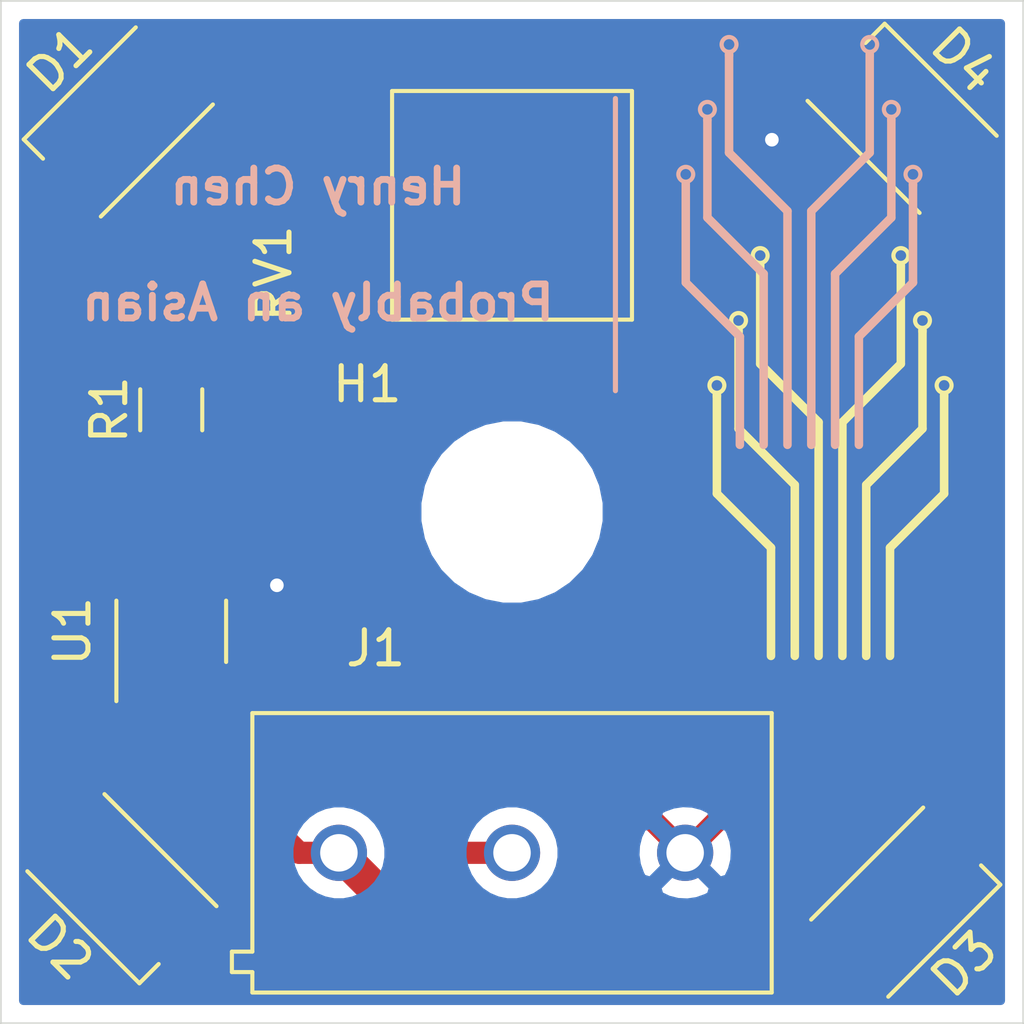
<source format=kicad_pcb>
(kicad_pcb (version 20171130) (host pcbnew "(5.1.5)-3")

  (general
    (thickness 1.6)
    (drawings 467)
    (tracks 41)
    (zones 0)
    (modules 9)
    (nets 11)
  )

  (page A4)
  (layers
    (0 F.Cu signal)
    (31 B.Cu signal)
    (32 B.Adhes user)
    (33 F.Adhes user)
    (34 B.Paste user)
    (35 F.Paste user)
    (36 B.SilkS user)
    (37 F.SilkS user)
    (38 B.Mask user)
    (39 F.Mask user)
    (40 Dwgs.User user)
    (41 Cmts.User user)
    (42 Eco1.User user)
    (43 Eco2.User user)
    (44 Edge.Cuts user)
    (45 Margin user)
    (46 B.CrtYd user)
    (47 F.CrtYd user)
    (48 B.Fab user)
    (49 F.Fab user hide)
  )

  (setup
    (last_trace_width 0.5)
    (trace_clearance 0.2)
    (zone_clearance 0.508)
    (zone_45_only no)
    (trace_min 0.2)
    (via_size 0.8)
    (via_drill 0.4)
    (via_min_size 0.4)
    (via_min_drill 0.3)
    (uvia_size 0.3)
    (uvia_drill 0.1)
    (uvias_allowed no)
    (uvia_min_size 0.2)
    (uvia_min_drill 0.1)
    (edge_width 0.05)
    (segment_width 0.2)
    (pcb_text_width 0.3)
    (pcb_text_size 1.5 1.5)
    (mod_edge_width 0.12)
    (mod_text_size 1 1)
    (mod_text_width 0.15)
    (pad_size 4.3 4.3)
    (pad_drill 4.3)
    (pad_to_mask_clearance 0.051)
    (solder_mask_min_width 0.25)
    (aux_axis_origin 0 0)
    (grid_origin 100 100)
    (visible_elements 7FFFFFFF)
    (pcbplotparams
      (layerselection 0x010fc_ffffffff)
      (usegerberextensions false)
      (usegerberattributes false)
      (usegerberadvancedattributes false)
      (creategerberjobfile false)
      (excludeedgelayer true)
      (linewidth 0.150000)
      (plotframeref false)
      (viasonmask false)
      (mode 1)
      (useauxorigin false)
      (hpglpennumber 1)
      (hpglpenspeed 20)
      (hpglpendiameter 15.000000)
      (psnegative false)
      (psa4output false)
      (plotreference true)
      (plotvalue true)
      (plotinvisibletext false)
      (padsonsilk false)
      (subtractmaskfromsilk false)
      (outputformat 1)
      (mirror false)
      (drillshape 1)
      (scaleselection 1)
      (outputdirectory ""))
  )

  (net 0 "")
  (net 1 VCC)
  (net 2 "Net-(D1-Pad1)")
  (net 3 "Net-(D2-Pad1)")
  (net 4 "Net-(D3-Pad1)")
  (net 5 GND)
  (net 6 /EN)
  (net 7 "Net-(R1-Pad2)")
  (net 8 "Net-(R1-Pad1)")
  (net 9 "Net-(RV1-Pad1)")
  (net 10 "Net-(D1-Pad2)")

  (net_class Default "This is the default net class."
    (clearance 0.2)
    (trace_width 0.5)
    (via_dia 0.8)
    (via_drill 0.4)
    (uvia_dia 0.3)
    (uvia_drill 0.1)
    (add_net /EN)
    (add_net GND)
    (add_net "Net-(D1-Pad1)")
    (add_net "Net-(D1-Pad2)")
    (add_net "Net-(D2-Pad1)")
    (add_net "Net-(D3-Pad1)")
    (add_net "Net-(R1-Pad1)")
    (add_net "Net-(R1-Pad2)")
    (add_net "Net-(RV1-Pad1)")
    (add_net VCC)
  )

  (module Custom:Bourns_3361_Pot (layer F.Cu) (tedit 5EB70D02) (tstamp 5EB75CE5)
    (at 115 76 90)
    (path /5EB854CF)
    (fp_text reference RV1 (at -2 -7 90) (layer F.SilkS)
      (effects (font (size 1 1) (thickness 0.15)))
    )
    (fp_text value 20 (at 0 -7.5 90) (layer F.Fab)
      (effects (font (size 1 1) (thickness 0.15)))
    )
    (fp_line (start -3.855 5.35) (end 3.875 5.35) (layer F.CrtYd) (width 0.12))
    (fp_line (start 3.875 -5.35) (end -3.855 -5.35) (layer F.CrtYd) (width 0.12))
    (fp_line (start 3.875 5.35) (end 3.875 -5.35) (layer F.CrtYd) (width 0.12))
    (fp_line (start 3.355 3.52) (end -3.355 3.52) (layer F.SilkS) (width 0.12))
    (fp_line (start -3.355 -3.52) (end 3.355 -3.52) (layer F.SilkS) (width 0.12))
    (fp_line (start 3.355 -3.52) (end 3.355 3.52) (layer F.SilkS) (width 0.12))
    (fp_line (start -3.355 -3.52) (end -3.355 3.52) (layer F.SilkS) (width 0.12))
    (fp_line (start -3.855 5.35) (end -3.855 -5.35) (layer F.CrtYd) (width 0.12))
    (pad 3 smd rect (at 2.55 3.1 90) (size 1.4 3.5) (layers F.Cu F.Paste F.Mask)
      (net 5 GND))
    (pad 1 smd rect (at -2.55 3.1 90) (size 1.4 3.5) (layers F.Cu F.Paste F.Mask)
      (net 9 "Net-(RV1-Pad1)"))
    (pad 2 smd rect (at 0 -3.1 90) (size 1.4 3.5) (layers F.Cu F.Paste F.Mask)
      (net 7 "Net-(R1-Pad2)"))
  )

  (module Package_TO_SOT_SMD:SOT-23-6_Handsoldering (layer F.Cu) (tedit 5A02FF57) (tstamp 5EB760EC)
    (at 105 88.5 90)
    (descr "6-pin SOT-23 package, Handsoldering")
    (tags "SOT-23-6 Handsoldering")
    (path /5EB7BF0A)
    (attr smd)
    (fp_text reference U1 (at 0 -2.9 90) (layer F.SilkS)
      (effects (font (size 1 1) (thickness 0.15)))
    )
    (fp_text value AL5802 (at 0 2.9 90) (layer F.Fab)
      (effects (font (size 1 1) (thickness 0.15)))
    )
    (fp_line (start 0.9 -1.55) (end 0.9 1.55) (layer F.Fab) (width 0.1))
    (fp_line (start 0.9 1.55) (end -0.9 1.55) (layer F.Fab) (width 0.1))
    (fp_line (start -0.9 -0.9) (end -0.9 1.55) (layer F.Fab) (width 0.1))
    (fp_line (start 0.9 -1.55) (end -0.25 -1.55) (layer F.Fab) (width 0.1))
    (fp_line (start -0.9 -0.9) (end -0.25 -1.55) (layer F.Fab) (width 0.1))
    (fp_line (start -2.4 -1.8) (end 2.4 -1.8) (layer F.CrtYd) (width 0.05))
    (fp_line (start 2.4 -1.8) (end 2.4 1.8) (layer F.CrtYd) (width 0.05))
    (fp_line (start 2.4 1.8) (end -2.4 1.8) (layer F.CrtYd) (width 0.05))
    (fp_line (start -2.4 1.8) (end -2.4 -1.8) (layer F.CrtYd) (width 0.05))
    (fp_line (start 0.9 -1.61) (end -2.05 -1.61) (layer F.SilkS) (width 0.12))
    (fp_line (start -0.9 1.61) (end 0.9 1.61) (layer F.SilkS) (width 0.12))
    (fp_text user %R (at 0 0) (layer F.Fab)
      (effects (font (size 0.5 0.5) (thickness 0.075)))
    )
    (pad 5 smd rect (at 1.35 0 90) (size 1.56 0.65) (layers F.Cu F.Paste F.Mask)
      (net 8 "Net-(R1-Pad1)"))
    (pad 6 smd rect (at 1.35 -0.95 90) (size 1.56 0.65) (layers F.Cu F.Paste F.Mask)
      (net 8 "Net-(R1-Pad1)"))
    (pad 4 smd rect (at 1.35 0.95 90) (size 1.56 0.65) (layers F.Cu F.Paste F.Mask)
      (net 5 GND))
    (pad 3 smd rect (at -1.35 0.95 90) (size 1.56 0.65) (layers F.Cu F.Paste F.Mask)
      (net 6 /EN))
    (pad 2 smd rect (at -1.35 0 90) (size 1.56 0.65) (layers F.Cu F.Paste F.Mask)
      (net 1 VCC))
    (pad 1 smd rect (at -1.35 -0.95 90) (size 1.56 0.65) (layers F.Cu F.Paste F.Mask)
      (net 3 "Net-(D2-Pad1)"))
    (model ${KISYS3DMOD}/Package_TO_SOT_SMD.3dshapes/SOT-23-6.wrl
      (at (xyz 0 0 0))
      (scale (xyz 1 1 1))
      (rotate (xyz 0 0 0))
    )
  )

  (module MountingHole:MountingHole_4.3mm_M4 (layer F.Cu) (tedit 56D1B4CB) (tstamp 5EB784BA)
    (at 115 85)
    (descr "Mounting Hole 4.3mm, no annular, M4")
    (tags "mounting hole 4.3mm no annular m4")
    (path /5EB8BFEE)
    (attr virtual)
    (fp_text reference H1 (at -4.25 -3.75) (layer F.SilkS)
      (effects (font (size 1 1) (thickness 0.15)))
    )
    (fp_text value MountingHole (at 0 5.3) (layer F.Fab)
      (effects (font (size 1 1) (thickness 0.15)))
    )
    (fp_circle (center 0 0) (end 4.55 0) (layer F.CrtYd) (width 0.05))
    (fp_circle (center 0 0) (end 4.3 0) (layer Cmts.User) (width 0.15))
    (fp_text user %R (at 0.3 0) (layer F.Fab)
      (effects (font (size 1 1) (thickness 0.15)))
    )
    (pad 1 np_thru_hole circle (at 0 0) (size 4.3 4.3) (drill 4.3) (layers *.Cu *.Mask))
  )

  (module Resistor_SMD:R_1206_3216Metric_Pad1.42x1.75mm_HandSolder (layer F.Cu) (tedit 5B301BBD) (tstamp 5EB75CDA)
    (at 105 82 90)
    (descr "Resistor SMD 1206 (3216 Metric), square (rectangular) end terminal, IPC_7351 nominal with elongated pad for handsoldering. (Body size source: http://www.tortai-tech.com/upload/download/2011102023233369053.pdf), generated with kicad-footprint-generator")
    (tags "resistor handsolder")
    (path /5EB837D7)
    (attr smd)
    (fp_text reference R1 (at 0 -1.82 90) (layer F.SilkS)
      (effects (font (size 1 1) (thickness 0.15)))
    )
    (fp_text value 43 (at 0 1.82 90) (layer F.Fab)
      (effects (font (size 1 1) (thickness 0.15)))
    )
    (fp_text user %R (at 0 0 90) (layer F.Fab)
      (effects (font (size 0.8 0.8) (thickness 0.12)))
    )
    (fp_line (start 2.45 1.12) (end -2.45 1.12) (layer F.CrtYd) (width 0.05))
    (fp_line (start 2.45 -1.12) (end 2.45 1.12) (layer F.CrtYd) (width 0.05))
    (fp_line (start -2.45 -1.12) (end 2.45 -1.12) (layer F.CrtYd) (width 0.05))
    (fp_line (start -2.45 1.12) (end -2.45 -1.12) (layer F.CrtYd) (width 0.05))
    (fp_line (start -0.602064 0.91) (end 0.602064 0.91) (layer F.SilkS) (width 0.12))
    (fp_line (start -0.602064 -0.91) (end 0.602064 -0.91) (layer F.SilkS) (width 0.12))
    (fp_line (start 1.6 0.8) (end -1.6 0.8) (layer F.Fab) (width 0.1))
    (fp_line (start 1.6 -0.8) (end 1.6 0.8) (layer F.Fab) (width 0.1))
    (fp_line (start -1.6 -0.8) (end 1.6 -0.8) (layer F.Fab) (width 0.1))
    (fp_line (start -1.6 0.8) (end -1.6 -0.8) (layer F.Fab) (width 0.1))
    (pad 2 smd roundrect (at 1.4875 0 90) (size 1.425 1.75) (layers F.Cu F.Paste F.Mask) (roundrect_rratio 0.175439)
      (net 7 "Net-(R1-Pad2)"))
    (pad 1 smd roundrect (at -1.4875 0 90) (size 1.425 1.75) (layers F.Cu F.Paste F.Mask) (roundrect_rratio 0.175439)
      (net 8 "Net-(R1-Pad1)"))
    (model ${KISYS3DMOD}/Resistor_SMD.3dshapes/R_1206_3216Metric.wrl
      (at (xyz 0 0 0))
      (scale (xyz 1 1 1))
      (rotate (xyz 0 0 0))
    )
  )

  (module Custom:TE-C_3_Pos_Buchanan_Screw_Terminal (layer F.Cu) (tedit 5EB6F95C) (tstamp 5EB75CC9)
    (at 115 95)
    (path /5EB74930)
    (fp_text reference J1 (at -4 -6) (layer F.SilkS)
      (effects (font (size 1 1) (thickness 0.15)))
    )
    (fp_text value Screw_Terminal_01x03 (at 0 -6.4) (layer F.Fab)
      (effects (font (size 1 1) (thickness 0.15)))
    )
    (fp_line (start -7.62 4.1) (end 7.62 4.1) (layer F.SilkS) (width 0.12))
    (fp_line (start -8.22 3.5) (end -7.62 3.5) (layer F.SilkS) (width 0.12))
    (fp_line (start -8.22 2.9) (end -8.22 3.5) (layer F.SilkS) (width 0.12))
    (fp_line (start -7.62 2.9) (end -8.22 2.9) (layer F.SilkS) (width 0.12))
    (fp_line (start -7.62 -4.1) (end -7.62 2.9) (layer F.SilkS) (width 0.12))
    (fp_line (start -7.62 -4.1) (end 7.62 -4.1) (layer F.SilkS) (width 0.12))
    (fp_text user Front (at 0 2.54) (layer Dwgs.User)
      (effects (font (size 1 1) (thickness 0.15)))
    )
    (fp_line (start -8.72 4) (end -8.12 4) (layer F.CrtYd) (width 0.12))
    (fp_line (start -8.12 4.6) (end -8.12 4) (layer F.CrtYd) (width 0.12))
    (fp_line (start -8.72 2.4) (end -8.12 2.4) (layer F.CrtYd) (width 0.12))
    (fp_line (start -8.72 2.4) (end -8.72 4) (layer F.CrtYd) (width 0.12))
    (fp_line (start -8.12 4.6) (end 8.12 4.6) (layer F.CrtYd) (width 0.12))
    (fp_line (start 8.12 -4.6) (end -8.12 -4.6) (layer F.CrtYd) (width 0.12))
    (fp_line (start 8.12 -4.6) (end 8.12 4.6) (layer F.CrtYd) (width 0.12))
    (fp_line (start -8.12 -4.6) (end -8.12 2.4) (layer F.CrtYd) (width 0.12))
    (fp_line (start -7.62 3.5) (end -7.62 4.1) (layer F.SilkS) (width 0.12))
    (fp_line (start 7.62 -4.1) (end 7.62 4.1) (layer F.SilkS) (width 0.12))
    (pad 3 thru_hole circle (at 5.08 0) (size 1.65 1.65) (drill 1.1) (layers *.Cu *.Mask)
      (net 5 GND))
    (pad 2 thru_hole circle (at 0 0) (size 1.65 1.65) (drill 1.1) (layers *.Cu *.Mask)
      (net 6 /EN))
    (pad 1 thru_hole circle (at -5.08 0) (size 1.65 1.65) (drill 1.1) (layers *.Cu *.Mask)
      (net 1 VCC))
  )

  (module LED_SMD:LED_PLCC-2 (layer F.Cu) (tedit 59959404) (tstamp 5EB75CB1)
    (at 126.5 73.5 315)
    (descr "LED PLCC-2 SMD package")
    (tags "LED PLCC-2 SMD")
    (path /5EB70290)
    (attr smd)
    (fp_text reference D4 (at 0 -2.5 135) (layer F.SilkS)
      (effects (font (size 1 1) (thickness 0.15)))
    )
    (fp_text value LED_ALT (at 0 2.5 135) (layer F.Fab)
      (effects (font (size 1 1) (thickness 0.15)))
    )
    (fp_text user %R (at 0 0 135) (layer F.Fab)
      (effects (font (size 0.4 0.4) (thickness 0.1)))
    )
    (fp_line (start -2.4 -1.6) (end -2.4 -0.8) (layer F.SilkS) (width 0.12))
    (fp_line (start 2.25 -1.6) (end -2.4 -1.6) (layer F.SilkS) (width 0.12))
    (fp_line (start 2.25 1.6) (end -2.4 1.6) (layer F.SilkS) (width 0.12))
    (fp_line (start -2.65 1.85) (end -2.65 -1.85) (layer F.CrtYd) (width 0.05))
    (fp_line (start 2.5 1.85) (end -2.65 1.85) (layer F.CrtYd) (width 0.05))
    (fp_line (start 2.5 -1.85) (end 2.5 1.85) (layer F.CrtYd) (width 0.05))
    (fp_line (start -2.65 -1.85) (end 2.5 -1.85) (layer F.CrtYd) (width 0.05))
    (fp_line (start -1.7 1.5) (end 1.7 1.5) (layer F.Fab) (width 0.1))
    (fp_line (start -1.7 -1.5) (end -1.7 1.5) (layer F.Fab) (width 0.1))
    (fp_line (start 1.7 -1.5) (end -1.7 -1.5) (layer F.Fab) (width 0.1))
    (fp_line (start 1.7 1.5) (end 1.7 -1.5) (layer F.Fab) (width 0.1))
    (fp_line (start -1.7 -0.6) (end -0.8 -1.5) (layer F.Fab) (width 0.1))
    (fp_circle (center 0 0) (end 0 -1.25) (layer F.Fab) (width 0.1))
    (pad 2 smd rect (at 1.5 0 315) (size 1.5 2.6) (layers F.Cu F.Paste F.Mask)
      (net 4 "Net-(D3-Pad1)"))
    (pad 1 smd rect (at -1.5 0 315) (size 1.5 2.6) (layers F.Cu F.Paste F.Mask)
      (net 10 "Net-(D1-Pad2)"))
    (model ${KISYS3DMOD}/LED_SMD.3dshapes/LED_PLCC-2.wrl
      (at (xyz 0 0 0))
      (scale (xyz 1 1 1))
      (rotate (xyz 0 0 0))
    )
  )

  (module LED_SMD:LED_PLCC-2 (layer F.Cu) (tedit 59959404) (tstamp 5EB75C9D)
    (at 126.5 96.5 225)
    (descr "LED PLCC-2 SMD package")
    (tags "LED PLCC-2 SMD")
    (path /5EB6FDB1)
    (attr smd)
    (fp_text reference D3 (at 0 -2.5 45) (layer F.SilkS)
      (effects (font (size 1 1) (thickness 0.15)))
    )
    (fp_text value LED_ALT (at 0 2.5 45) (layer F.Fab)
      (effects (font (size 1 1) (thickness 0.15)))
    )
    (fp_text user %R (at 0 0 45) (layer F.Fab)
      (effects (font (size 0.4 0.4) (thickness 0.1)))
    )
    (fp_line (start -2.4 -1.6) (end -2.4 -0.8) (layer F.SilkS) (width 0.12))
    (fp_line (start 2.25 -1.6) (end -2.4 -1.6) (layer F.SilkS) (width 0.12))
    (fp_line (start 2.25 1.6) (end -2.4 1.6) (layer F.SilkS) (width 0.12))
    (fp_line (start -2.65 1.85) (end -2.65 -1.85) (layer F.CrtYd) (width 0.05))
    (fp_line (start 2.5 1.85) (end -2.65 1.85) (layer F.CrtYd) (width 0.05))
    (fp_line (start 2.5 -1.85) (end 2.5 1.85) (layer F.CrtYd) (width 0.05))
    (fp_line (start -2.65 -1.85) (end 2.5 -1.85) (layer F.CrtYd) (width 0.05))
    (fp_line (start -1.7 1.5) (end 1.7 1.5) (layer F.Fab) (width 0.1))
    (fp_line (start -1.7 -1.5) (end -1.7 1.5) (layer F.Fab) (width 0.1))
    (fp_line (start 1.7 -1.5) (end -1.7 -1.5) (layer F.Fab) (width 0.1))
    (fp_line (start 1.7 1.5) (end 1.7 -1.5) (layer F.Fab) (width 0.1))
    (fp_line (start -1.7 -0.6) (end -0.8 -1.5) (layer F.Fab) (width 0.1))
    (fp_circle (center 0 0) (end 0 -1.25) (layer F.Fab) (width 0.1))
    (pad 2 smd rect (at 1.5 0 225) (size 1.5 2.6) (layers F.Cu F.Paste F.Mask)
      (net 1 VCC))
    (pad 1 smd rect (at -1.5 0 225) (size 1.5 2.6) (layers F.Cu F.Paste F.Mask)
      (net 4 "Net-(D3-Pad1)"))
    (model ${KISYS3DMOD}/LED_SMD.3dshapes/LED_PLCC-2.wrl
      (at (xyz 0 0 0))
      (scale (xyz 1 1 1))
      (rotate (xyz 0 0 0))
    )
  )

  (module LED_SMD:LED_PLCC-2 (layer F.Cu) (tedit 59959404) (tstamp 5EB75C89)
    (at 103.5 96 135)
    (descr "LED PLCC-2 SMD package")
    (tags "LED PLCC-2 SMD")
    (path /5EB6F790)
    (attr smd)
    (fp_text reference D2 (at 0 -2.5 135) (layer F.SilkS)
      (effects (font (size 1 1) (thickness 0.15)))
    )
    (fp_text value LED_ALT (at 0 2.5 135) (layer F.Fab)
      (effects (font (size 1 1) (thickness 0.15)))
    )
    (fp_text user %R (at 0 0 135) (layer F.Fab)
      (effects (font (size 0.4 0.4) (thickness 0.1)))
    )
    (fp_line (start -2.4 -1.6) (end -2.4 -0.8) (layer F.SilkS) (width 0.12))
    (fp_line (start 2.25 -1.6) (end -2.4 -1.6) (layer F.SilkS) (width 0.12))
    (fp_line (start 2.25 1.6) (end -2.4 1.6) (layer F.SilkS) (width 0.12))
    (fp_line (start -2.65 1.85) (end -2.65 -1.85) (layer F.CrtYd) (width 0.05))
    (fp_line (start 2.5 1.85) (end -2.65 1.85) (layer F.CrtYd) (width 0.05))
    (fp_line (start 2.5 -1.85) (end 2.5 1.85) (layer F.CrtYd) (width 0.05))
    (fp_line (start -2.65 -1.85) (end 2.5 -1.85) (layer F.CrtYd) (width 0.05))
    (fp_line (start -1.7 1.5) (end 1.7 1.5) (layer F.Fab) (width 0.1))
    (fp_line (start -1.7 -1.5) (end -1.7 1.5) (layer F.Fab) (width 0.1))
    (fp_line (start 1.7 -1.5) (end -1.7 -1.5) (layer F.Fab) (width 0.1))
    (fp_line (start 1.7 1.5) (end 1.7 -1.5) (layer F.Fab) (width 0.1))
    (fp_line (start -1.7 -0.6) (end -0.8 -1.5) (layer F.Fab) (width 0.1))
    (fp_circle (center 0 0) (end 0 -1.25) (layer F.Fab) (width 0.1))
    (pad 2 smd rect (at 1.5 0 135) (size 1.5 2.6) (layers F.Cu F.Paste F.Mask)
      (net 2 "Net-(D1-Pad1)"))
    (pad 1 smd rect (at -1.5 0 135) (size 1.5 2.6) (layers F.Cu F.Paste F.Mask)
      (net 3 "Net-(D2-Pad1)"))
    (model ${KISYS3DMOD}/LED_SMD.3dshapes/LED_PLCC-2.wrl
      (at (xyz 0 0 0))
      (scale (xyz 1 1 1))
      (rotate (xyz 0 0 0))
    )
  )

  (module LED_SMD:LED_PLCC-2 (layer F.Cu) (tedit 59959404) (tstamp 5EB75C75)
    (at 103.5 73.5 45)
    (descr "LED PLCC-2 SMD package")
    (tags "LED PLCC-2 SMD")
    (path /5EB6E89D)
    (attr smd)
    (fp_text reference D1 (at 0 -2.5 45) (layer F.SilkS)
      (effects (font (size 1 1) (thickness 0.15)))
    )
    (fp_text value LED_ALT (at 0 2.5 45) (layer F.Fab)
      (effects (font (size 1 1) (thickness 0.15)))
    )
    (fp_text user %R (at 0 0 45) (layer F.Fab)
      (effects (font (size 0.4 0.4) (thickness 0.1)))
    )
    (fp_line (start -2.4 -1.6) (end -2.4 -0.8) (layer F.SilkS) (width 0.12))
    (fp_line (start 2.25 -1.6) (end -2.4 -1.6) (layer F.SilkS) (width 0.12))
    (fp_line (start 2.25 1.6) (end -2.4 1.6) (layer F.SilkS) (width 0.12))
    (fp_line (start -2.65 1.85) (end -2.65 -1.85) (layer F.CrtYd) (width 0.05))
    (fp_line (start 2.5 1.85) (end -2.65 1.85) (layer F.CrtYd) (width 0.05))
    (fp_line (start 2.5 -1.85) (end 2.5 1.85) (layer F.CrtYd) (width 0.05))
    (fp_line (start -2.65 -1.85) (end 2.5 -1.85) (layer F.CrtYd) (width 0.05))
    (fp_line (start -1.7 1.5) (end 1.7 1.5) (layer F.Fab) (width 0.1))
    (fp_line (start -1.7 -1.5) (end -1.7 1.5) (layer F.Fab) (width 0.1))
    (fp_line (start 1.7 -1.5) (end -1.7 -1.5) (layer F.Fab) (width 0.1))
    (fp_line (start 1.7 1.5) (end 1.7 -1.5) (layer F.Fab) (width 0.1))
    (fp_line (start -1.7 -0.6) (end -0.8 -1.5) (layer F.Fab) (width 0.1))
    (fp_circle (center 0 0) (end 0 -1.25) (layer F.Fab) (width 0.1))
    (pad 2 smd rect (at 1.5 0 45) (size 1.5 2.6) (layers F.Cu F.Paste F.Mask)
      (net 10 "Net-(D1-Pad2)"))
    (pad 1 smd rect (at -1.5 0 45) (size 1.5 2.6) (layers F.Cu F.Paste F.Mask)
      (net 2 "Net-(D1-Pad1)"))
    (model ${KISYS3DMOD}/LED_SMD.3dshapes/LED_PLCC-2.wrl
      (at (xyz 0 0 0))
      (scale (xyz 1 1 1))
      (rotate (xyz 0 0 0))
    )
  )

  (gr_line (start 127.61574 81.622055) (end 127.61574 81.522995) (layer F.SilkS) (width 0.12) (tstamp 5EB79AC7))
  (gr_line (start 127.74274 81.619515) (end 127.74274 81.533155) (layer F.SilkS) (width 0.12) (tstamp 5EB79AC6))
  (gr_circle (center 127.67924 81.284235) (end 127.89724 81.284235) (layer F.SilkS) (width 0.124) (tstamp 5EB79AC5))
  (gr_line (start 127.679238 84.459236) (end 127.67924 81.576335) (layer F.SilkS) (width 0.25) (tstamp 5EB79AC4))
  (gr_line (start 126.980742 79.717055) (end 126.980742 79.617995) (layer F.SilkS) (width 0.12) (tstamp 5EB79AC7))
  (gr_line (start 127.107742 79.714515) (end 127.107742 79.628155) (layer F.SilkS) (width 0.12) (tstamp 5EB79AC6))
  (gr_circle (center 127.044242 79.379235) (end 127.262242 79.379235) (layer F.SilkS) (width 0.124) (tstamp 5EB79AC5))
  (gr_line (start 127.04424 82.554236) (end 127.044242 79.671335) (layer F.SilkS) (width 0.25) (tstamp 5EB79AC4))
  (gr_line (start 126.345741 77.812054) (end 126.345741 77.712994) (layer F.SilkS) (width 0.12) (tstamp 5EB79AC7))
  (gr_line (start 126.472741 77.809514) (end 126.472741 77.723154) (layer F.SilkS) (width 0.12) (tstamp 5EB79AC6))
  (gr_circle (center 126.409241 77.474234) (end 126.627241 77.474234) (layer F.SilkS) (width 0.124) (tstamp 5EB79AC5))
  (gr_line (start 126.409239 80.649235) (end 126.409241 77.766334) (layer F.SilkS) (width 0.25) (tstamp 5EB79AC4))
  (gr_line (start 122.218241 77.812054) (end 122.218241 77.712994) (layer F.SilkS) (width 0.12) (tstamp 5EB79AC7))
  (gr_line (start 122.345241 77.809514) (end 122.345241 77.723154) (layer F.SilkS) (width 0.12) (tstamp 5EB79AC6))
  (gr_circle (center 122.281741 77.474234) (end 122.499741 77.474234) (layer F.SilkS) (width 0.124) (tstamp 5EB79AC5))
  (gr_line (start 122.281739 80.649235) (end 122.281741 77.766334) (layer F.SilkS) (width 0.25) (tstamp 5EB79AC4))
  (gr_line (start 121.583241 79.717055) (end 121.583241 79.617995) (layer F.SilkS) (width 0.12) (tstamp 5EB79AC7))
  (gr_line (start 121.710241 79.714515) (end 121.710241 79.628155) (layer F.SilkS) (width 0.12) (tstamp 5EB79AC6))
  (gr_circle (center 121.646741 79.379235) (end 121.864741 79.379235) (layer F.SilkS) (width 0.124) (tstamp 5EB79AC5))
  (gr_line (start 121.646739 82.554236) (end 121.646741 79.671335) (layer F.SilkS) (width 0.25) (tstamp 5EB79AC4))
  (gr_line (start 120.94824 81.622055) (end 120.94824 81.522995) (layer F.SilkS) (width 0.12) (tstamp 5EB79AC7))
  (gr_line (start 121.07524 81.619515) (end 121.07524 81.533155) (layer F.SilkS) (width 0.12) (tstamp 5EB79AC6))
  (gr_circle (center 121.01174 81.284235) (end 121.22974 81.284235) (layer F.SilkS) (width 0.124) (tstamp 5EB79AC5))
  (gr_line (start 121.011738 84.459236) (end 121.01174 81.576335) (layer F.SilkS) (width 0.25) (tstamp 5EB79AC4))
  (gr_line (start 124.694739 89.221735) (end 124.694739 82.363736) (layer F.SilkS) (width 0.25))
  (gr_line (start 124.694739 82.363736) (end 126.409239 80.649235) (layer F.SilkS) (width 0.25))
  (gr_line (start 122.59924 89.221735) (end 122.59924 86.046736) (layer F.SilkS) (width 0.25))
  (gr_line (start 122.59924 86.046736) (end 121.011738 84.459236) (layer F.SilkS) (width 0.25))
  (gr_line (start 123.29774 89.221735) (end 123.29774 84.205236) (layer F.SilkS) (width 0.25))
  (gr_line (start 123.29774 84.205236) (end 121.646739 82.554236) (layer F.SilkS) (width 0.25))
  (gr_line (start 125.393239 89.221735) (end 125.393239 84.205236) (layer F.SilkS) (width 0.25))
  (gr_line (start 123.996239 89.221735) (end 123.996239 82.363736) (layer F.SilkS) (width 0.25))
  (gr_line (start 125.393239 84.205236) (end 127.04424 82.554236) (layer F.SilkS) (width 0.25))
  (gr_line (start 123.996239 82.363736) (end 122.281739 80.649235) (layer F.SilkS) (width 0.25))
  (gr_line (start 126.091738 89.221735) (end 126.091738 86.046736) (layer F.SilkS) (width 0.25))
  (gr_line (start 126.091738 86.046736) (end 127.679238 84.459236) (layer F.SilkS) (width 0.25))
  (gr_line (start 126.702075 75.427729) (end 126.702075 75.328669) (layer B.SilkS) (width 0.12) (tstamp 5EB79AC7))
  (gr_line (start 126.829075 75.425189) (end 126.829075 75.338829) (layer B.SilkS) (width 0.12) (tstamp 5EB79AC6))
  (gr_circle (center 126.765575 75.089909) (end 126.983575 75.089909) (layer B.SilkS) (width 0.124) (tstamp 5EB79AC5))
  (gr_line (start 126.765573 78.26491) (end 126.765575 75.382009) (layer B.SilkS) (width 0.25) (tstamp 5EB79AC4))
  (gr_line (start 126.067077 73.522729) (end 126.067077 73.423669) (layer B.SilkS) (width 0.12) (tstamp 5EB79AC7))
  (gr_line (start 126.194077 73.520189) (end 126.194077 73.433829) (layer B.SilkS) (width 0.12) (tstamp 5EB79AC6))
  (gr_circle (center 126.130577 73.184909) (end 126.348577 73.184909) (layer B.SilkS) (width 0.124) (tstamp 5EB79AC5))
  (gr_line (start 126.130575 76.35991) (end 126.130577 73.477009) (layer B.SilkS) (width 0.25) (tstamp 5EB79AC4))
  (gr_line (start 125.432076 71.617728) (end 125.432076 71.518668) (layer B.SilkS) (width 0.12) (tstamp 5EB79AC7))
  (gr_line (start 125.559076 71.615188) (end 125.559076 71.528828) (layer B.SilkS) (width 0.12) (tstamp 5EB79AC6))
  (gr_circle (center 125.495576 71.279908) (end 125.713576 71.279908) (layer B.SilkS) (width 0.124) (tstamp 5EB79AC5))
  (gr_line (start 125.495574 74.454909) (end 125.495576 71.572008) (layer B.SilkS) (width 0.25) (tstamp 5EB79AC4))
  (gr_line (start 121.304576 71.617728) (end 121.304576 71.518668) (layer B.SilkS) (width 0.12) (tstamp 5EB79AC7))
  (gr_line (start 121.431576 71.615188) (end 121.431576 71.528828) (layer B.SilkS) (width 0.12) (tstamp 5EB79AC6))
  (gr_circle (center 121.368076 71.279908) (end 121.586076 71.279908) (layer B.SilkS) (width 0.124) (tstamp 5EB79AC5))
  (gr_line (start 121.368074 74.454909) (end 121.368076 71.572008) (layer B.SilkS) (width 0.25) (tstamp 5EB79AC4))
  (gr_line (start 120.669576 73.522729) (end 120.669576 73.423669) (layer B.SilkS) (width 0.12) (tstamp 5EB79AC7))
  (gr_line (start 120.796576 73.520189) (end 120.796576 73.433829) (layer B.SilkS) (width 0.12) (tstamp 5EB79AC6))
  (gr_circle (center 120.733076 73.184909) (end 120.951076 73.184909) (layer B.SilkS) (width 0.124) (tstamp 5EB79AC5))
  (gr_line (start 120.733074 76.35991) (end 120.733076 73.477009) (layer B.SilkS) (width 0.25) (tstamp 5EB79AC4))
  (gr_line (start 120.034575 75.427729) (end 120.034575 75.328669) (layer B.SilkS) (width 0.12))
  (gr_line (start 120.161575 75.425189) (end 120.161575 75.338829) (layer B.SilkS) (width 0.12))
  (gr_circle (center 120.098075 75.089909) (end 120.316075 75.089909) (layer B.SilkS) (width 0.124))
  (gr_line (start 107.49396 78.63956) (end 107.49396 78.63956) (layer B.SilkS) (width 0.2))
  (gr_line (start 107.732085 78.687185) (end 107.732085 78.687185) (layer B.SilkS) (width 0.2))
  (gr_line (start 108.350575 78.924675) (end 108.25596 78.877049) (layer B.SilkS) (width 0.2))
  (gr_line (start 108.350575 78.924675) (end 108.350575 78.924675) (layer B.SilkS) (width 0.2))
  (gr_line (start 107.39871 78.687185) (end 107.39871 78.687185) (layer B.SilkS) (width 0.2))
  (gr_line (start 107.636835 78.63956) (end 107.636835 78.63956) (layer B.SilkS) (width 0.2))
  (gr_line (start 107.77971 78.63956) (end 107.77971 79.305674) (layer B.SilkS) (width 0.2))
  (gr_line (start 105.30321 79.25805) (end 105.20796 79.305674) (layer B.SilkS) (width 0.2))
  (gr_line (start 105.922335 78.306185) (end 105.58896 79.305674) (layer B.SilkS) (width 0.2))
  (gr_line (start 105.922335 78.306185) (end 105.922335 78.306185) (layer B.SilkS) (width 0.2))
  (gr_line (start 106.25571 79.305674) (end 105.922335 78.306185) (layer B.SilkS) (width 0.2))
  (gr_line (start 106.16046 79.019925) (end 105.68421 79.019925) (layer B.SilkS) (width 0.2))
  (gr_line (start 107.351085 78.7818) (end 107.351085 79.305674) (layer B.SilkS) (width 0.2))
  (gr_line (start 107.351085 78.7818) (end 107.351085 78.7818) (layer B.SilkS) (width 0.2))
  (gr_line (start 107.49396 78.63956) (end 107.39871 78.687185) (layer B.SilkS) (width 0.2))
  (gr_line (start 107.636835 78.63956) (end 107.49396 78.63956) (layer B.SilkS) (width 0.2))
  (gr_line (start 107.732085 78.687185) (end 107.636835 78.63956) (layer B.SilkS) (width 0.2))
  (gr_line (start 107.77971 78.73481) (end 107.732085 78.687185) (layer B.SilkS) (width 0.2))
  (gr_line (start 107.39871 78.687185) (end 107.351085 78.7818) (layer B.SilkS) (width 0.2))
  (gr_line (start 103.87446 78.63956) (end 103.87446 78.63956) (layer B.SilkS) (width 0.2))
  (gr_line (start 105.30321 78.7818) (end 105.255585 78.687185) (layer B.SilkS) (width 0.2))
  (gr_line (start 104.92221 79.25805) (end 104.874585 79.1628) (layer B.SilkS) (width 0.2))
  (gr_line (start 104.874585 79.1628) (end 104.874585 79.115175) (layer B.SilkS) (width 0.2))
  (gr_line (start 104.44596 78.401435) (end 104.398335 78.35381) (layer B.SilkS) (width 0.2))
  (gr_line (start 105.30321 78.829425) (end 105.30321 78.7818) (layer B.SilkS) (width 0.2))
  (gr_line (start 105.30321 78.829425) (end 105.30321 78.829425) (layer B.SilkS) (width 0.2))
  (gr_line (start 105.01746 78.972299) (end 105.160335 78.972299) (layer B.SilkS) (width 0.2))
  (gr_line (start 105.20796 79.305674) (end 105.01746 79.305674) (layer B.SilkS) (width 0.2))
  (gr_line (start 104.44596 78.306185) (end 104.44596 78.401435) (layer B.SilkS) (width 0.2))
  (gr_line (start 104.44596 79.305674) (end 104.44596 78.63956) (layer B.SilkS) (width 0.2))
  (gr_line (start 103.636335 78.924675) (end 103.541085 78.877049) (layer B.SilkS) (width 0.2))
  (gr_line (start 104.874585 79.115175) (end 104.874585 79.115175) (layer B.SilkS) (width 0.2))
  (gr_line (start 103.636335 79.305674) (end 103.636335 79.305674) (layer B.SilkS) (width 0.2))
  (gr_line (start 103.96971 78.972299) (end 103.87446 78.924675) (layer B.SilkS) (width 0.2))
  (gr_line (start 103.541085 79.25805) (end 103.636335 79.305674) (layer B.SilkS) (width 0.2))
  (gr_line (start 104.874585 79.115175) (end 104.92221 79.019925) (layer B.SilkS) (width 0.2))
  (gr_line (start 104.874585 79.1628) (end 104.874585 79.1628) (layer B.SilkS) (width 0.2))
  (gr_line (start 104.398335 78.35381) (end 104.44596 78.306185) (layer B.SilkS) (width 0.2))
  (gr_line (start 105.255585 78.924675) (end 105.30321 78.829425) (layer B.SilkS) (width 0.2))
  (gr_line (start 103.636335 78.924675) (end 103.636335 78.924675) (layer B.SilkS) (width 0.2))
  (gr_line (start 103.87446 78.924675) (end 103.636335 78.924675) (layer B.SilkS) (width 0.2))
  (gr_line (start 103.96971 78.972299) (end 103.96971 78.972299) (layer B.SilkS) (width 0.2))
  (gr_line (start 103.68396 78.63956) (end 103.87446 78.63956) (layer B.SilkS) (width 0.2))
  (gr_line (start 104.92221 79.25805) (end 104.92221 79.25805) (layer B.SilkS) (width 0.2))
  (gr_line (start 105.01746 79.305674) (end 105.01746 79.305674) (layer B.SilkS) (width 0.2))
  (gr_line (start 103.87446 78.924675) (end 103.87446 78.924675) (layer B.SilkS) (width 0.2))
  (gr_line (start 103.87446 78.63956) (end 103.96971 78.687185) (layer B.SilkS) (width 0.2))
  (gr_line (start 104.017335 79.06755) (end 103.96971 78.972299) (layer B.SilkS) (width 0.2))
  (gr_line (start 104.017335 79.06755) (end 104.017335 79.06755) (layer B.SilkS) (width 0.2))
  (gr_line (start 103.87446 79.305674) (end 103.96971 79.25805) (layer B.SilkS) (width 0.2))
  (gr_line (start 103.87446 79.305674) (end 103.87446 79.305674) (layer B.SilkS) (width 0.2))
  (gr_line (start 103.58871 78.687185) (end 103.68396 78.63956) (layer B.SilkS) (width 0.2))
  (gr_line (start 104.017335 79.1628) (end 104.017335 79.06755) (layer B.SilkS) (width 0.2))
  (gr_line (start 104.017335 79.1628) (end 104.017335 79.1628) (layer B.SilkS) (width 0.2))
  (gr_line (start 103.96971 79.25805) (end 104.017335 79.1628) (layer B.SilkS) (width 0.2))
  (gr_line (start 104.493585 78.35381) (end 104.493585 78.35381) (layer B.SilkS) (width 0.2))
  (gr_line (start 103.58871 78.687185) (end 103.58871 78.687185) (layer B.SilkS) (width 0.2))
  (gr_line (start 105.20796 79.305674) (end 105.20796 79.305674) (layer B.SilkS) (width 0.2))
  (gr_line (start 103.68396 78.63956) (end 103.68396 78.63956) (layer B.SilkS) (width 0.2))
  (gr_line (start 105.255585 78.924675) (end 105.255585 78.924675) (layer B.SilkS) (width 0.2))
  (gr_line (start 105.160335 78.972299) (end 105.160335 78.972299) (layer B.SilkS) (width 0.2))
  (gr_line (start 103.541085 78.7818) (end 103.541085 78.7818) (layer B.SilkS) (width 0.2))
  (gr_line (start 104.92221 79.019925) (end 104.92221 79.019925) (layer B.SilkS) (width 0.2))
  (gr_line (start 105.01746 78.63956) (end 105.01746 78.63956) (layer B.SilkS) (width 0.2))
  (gr_line (start 103.541085 79.305674) (end 103.541085 78.7818) (layer B.SilkS) (width 0.2))
  (gr_line (start 105.01746 78.63956) (end 104.92221 78.687185) (layer B.SilkS) (width 0.2))
  (gr_line (start 104.398335 78.35381) (end 104.398335 78.35381) (layer B.SilkS) (width 0.2))
  (gr_line (start 104.44596 78.306185) (end 104.44596 78.306185) (layer B.SilkS) (width 0.2))
  (gr_line (start 104.44596 78.401435) (end 104.44596 78.401435) (layer B.SilkS) (width 0.2))
  (gr_line (start 105.01746 78.972299) (end 105.01746 78.972299) (layer B.SilkS) (width 0.2))
  (gr_line (start 104.493585 78.35381) (end 104.44596 78.401435) (layer B.SilkS) (width 0.2))
  (gr_line (start 105.160335 78.63956) (end 105.160335 78.63956) (layer B.SilkS) (width 0.2))
  (gr_line (start 105.255585 78.687185) (end 105.160335 78.63956) (layer B.SilkS) (width 0.2))
  (gr_line (start 105.255585 78.687185) (end 105.255585 78.687185) (layer B.SilkS) (width 0.2))
  (gr_line (start 104.92221 79.019925) (end 105.01746 78.972299) (layer B.SilkS) (width 0.2))
  (gr_line (start 103.96971 79.25805) (end 103.96971 79.25805) (layer B.SilkS) (width 0.2))
  (gr_line (start 103.636335 79.305674) (end 103.87446 79.305674) (layer B.SilkS) (width 0.2))
  (gr_line (start 105.01746 79.305674) (end 104.92221 79.25805) (layer B.SilkS) (width 0.2))
  (gr_line (start 104.44596 78.306185) (end 104.493585 78.35381) (layer B.SilkS) (width 0.2))
  (gr_line (start 105.30321 78.7818) (end 105.30321 78.7818) (layer B.SilkS) (width 0.2))
  (gr_line (start 103.541085 78.7818) (end 103.58871 78.687185) (layer B.SilkS) (width 0.2))
  (gr_line (start 105.160335 78.63956) (end 105.01746 78.63956) (layer B.SilkS) (width 0.2))
  (gr_line (start 105.160335 78.972299) (end 105.255585 78.924675) (layer B.SilkS) (width 0.2))
  (gr_line (start 112.326945 75.85826) (end 112.374569 75.76301) (layer B.SilkS) (width 0.2))
  (gr_line (start 110.517829 75.334384) (end 110.470205 75.286759) (layer B.SilkS) (width 0.2))
  (gr_line (start 111.088695 75.286759) (end 111.04107 75.382009) (layer B.SilkS) (width 0.2))
  (gr_line (start 110.565455 75.905885) (end 110.565455 75.239135) (layer B.SilkS) (width 0.2))
  (gr_line (start 111.89832 75.38201) (end 111.89832 75.38201) (layer B.SilkS) (width 0.2))
  (gr_line (start 111.04107 75.382009) (end 111.04107 75.382009) (layer B.SilkS) (width 0.2))
  (gr_line (start 111.088695 75.286759) (end 111.088695 75.286759) (layer B.SilkS) (width 0.2))
  (gr_line (start 111.469695 75.239134) (end 111.469695 75.905885) (layer B.SilkS) (width 0.2))
  (gr_line (start 112.374569 75.76301) (end 112.374569 75.38201) (layer B.SilkS) (width 0.2))
  (gr_line (start 112.374569 75.76301) (end 112.374569 75.76301) (layer B.SilkS) (width 0.2))
  (gr_line (start 112.041194 75.905885) (end 112.041194 75.905885) (layer B.SilkS) (width 0.2))
  (gr_line (start 112.803195 75.905885) (end 112.803195 74.90576) (layer B.SilkS) (width 0.2))
  (gr_line (start 111.422069 75.286759) (end 111.32682 75.239134) (layer B.SilkS) (width 0.2))
  (gr_line (start 111.945944 75.28676) (end 111.89832 75.38201) (layer B.SilkS) (width 0.2))
  (gr_line (start 112.374569 75.38201) (end 112.326945 75.28676) (layer B.SilkS) (width 0.2))
  (gr_line (start 111.945944 75.85826) (end 112.041194 75.905885) (layer B.SilkS) (width 0.2))
  (gr_line (start 112.231695 75.905885) (end 112.231695 75.905885) (layer B.SilkS) (width 0.2))
  (gr_line (start 111.89832 75.38201) (end 111.89832 75.477259) (layer B.SilkS) (width 0.2))
  (gr_line (start 110.517829 75.334384) (end 110.517829 75.334384) (layer B.SilkS) (width 0.2))
  (gr_line (start 110.565455 75.429634) (end 110.517829 75.334384) (layer B.SilkS) (width 0.2))
  (gr_line (start 111.32682 75.239134) (end 111.183944 75.239134) (layer B.SilkS) (width 0.2))
  (gr_line (start 109.803455 75.905885) (end 109.803455 75.905885) (layer B.SilkS) (width 0.2))
  (gr_line (start 112.041194 75.239135) (end 111.945944 75.28676) (layer B.SilkS) (width 0.2))
  (gr_line (start 110.470205 75.286759) (end 110.374955 75.239134) (layer B.SilkS) (width 0.2))
  (gr_line (start 110.470205 75.286759) (end 110.470205 75.286759) (layer B.SilkS) (width 0.2))
  (gr_line (start 111.469695 75.334384) (end 111.422069 75.286759) (layer B.SilkS) (width 0.2))
  (gr_line (start 112.041194 75.239135) (end 112.041194 75.239135) (layer B.SilkS) (width 0.2))
  (gr_line (start 112.231695 75.905885) (end 112.326945 75.85826) (layer B.SilkS) (width 0.2))
  (gr_line (start 109.56533 75.239134) (end 109.803455 75.905885) (layer B.SilkS) (width 0.2))
  (gr_line (start 112.374569 75.38201) (end 112.374569 75.38201) (layer B.SilkS) (width 0.2))
  (gr_line (start 112.041194 75.905885) (end 112.231695 75.905885) (layer B.SilkS) (width 0.2))
  (gr_line (start 110.04158 75.239134) (end 109.803455 75.905885) (layer B.SilkS) (width 0.2))
  (gr_line (start 113.374695 75.382009) (end 112.803195 75.382009) (layer B.SilkS) (width 0.2))
  (gr_line (start 112.326945 75.28676) (end 112.231695 75.239135) (layer B.SilkS) (width 0.2))
  (gr_line (start 110.374955 75.239134) (end 110.279705 75.239134) (layer B.SilkS) (width 0.2))
  (gr_line (start 111.89832 75.477259) (end 112.374569 75.57251) (layer B.SilkS) (width 0.2))
  (gr_line (start 111.04107 75.382009) (end 111.04107 75.905885) (layer B.SilkS) (width 0.2))
  (gr_line (start 111.422069 75.286759) (end 111.422069 75.286759) (layer B.SilkS) (width 0.2))
  (gr_line (start 112.231695 75.239135) (end 112.231695 75.239135) (layer B.SilkS) (width 0.2))
  (gr_line (start 112.326945 75.85826) (end 112.326945 75.85826) (layer B.SilkS) (width 0.2))
  (gr_line (start 113.374695 75.905885) (end 113.374695 74.90576) (layer B.SilkS) (width 0.2))
  (gr_line (start 111.945944 75.28676) (end 111.945944 75.28676) (layer B.SilkS) (width 0.2))
  (gr_line (start 118.034324 72.86741) (end 118.034324 81.43991) (layer B.SilkS) (width 0.149999))
  (gr_line (start 110.374955 75.239134) (end 110.374955 75.239134) (layer B.SilkS) (width 0.2))
  (gr_line (start 111.183944 75.239134) (end 111.088695 75.286759) (layer B.SilkS) (width 0.2))
  (gr_line (start 111.183944 75.239134) (end 111.183944 75.239134) (layer B.SilkS) (width 0.2))
  (gr_line (start 111.32682 75.239134) (end 111.32682 75.239134) (layer B.SilkS) (width 0.2))
  (gr_line (start 112.231695 75.239135) (end 112.041194 75.239135) (layer B.SilkS) (width 0.2))
  (gr_line (start 111.89832 75.477259) (end 111.89832 75.477259) (layer B.SilkS) (width 0.2))
  (gr_line (start 112.326945 75.28676) (end 112.326945 75.28676) (layer B.SilkS) (width 0.2))
  (gr_line (start 107.041205 75.28676) (end 107.136455 75.239135) (layer B.SilkS) (width 0.2))
  (gr_line (start 107.136455 75.239135) (end 107.27933 75.239135) (layer B.SilkS) (width 0.2))
  (gr_line (start 107.27933 75.239135) (end 107.27933 75.239135) (layer B.SilkS) (width 0.2))
  (gr_line (start 107.136455 75.239135) (end 107.136455 75.239135) (layer B.SilkS) (width 0.2))
  (gr_line (start 107.041205 75.28676) (end 107.041205 75.28676) (layer B.SilkS) (width 0.2))
  (gr_line (start 106.99358 75.38201) (end 106.99358 75.38201) (layer B.SilkS) (width 0.2))
  (gr_line (start 106.99358 75.905885) (end 106.99358 75.38201) (layer B.SilkS) (width 0.2))
  (gr_line (start 108.279455 74.953385) (end 108.13658 74.90576) (layer B.SilkS) (width 0.2))
  (gr_line (start 108.374705 75.048635) (end 108.374705 75.048635) (layer B.SilkS) (width 0.2))
  (gr_line (start 108.42233 75.143884) (end 108.374705 75.048635) (layer B.SilkS) (width 0.2))
  (gr_line (start 108.04133 74.90576) (end 108.04133 74.90576) (layer B.SilkS) (width 0.2))
  (gr_line (start 108.13658 74.90576) (end 108.13658 74.90576) (layer B.SilkS) (width 0.2))
  (gr_line (start 108.469955 75.477259) (end 108.469955 75.477259) (layer B.SilkS) (width 0.2))
  (gr_line (start 106.42208 75.905885) (end 106.42208 75.905885) (layer B.SilkS) (width 0.2))
  (gr_line (start 106.564955 75.38201) (end 106.51733 75.28676) (layer B.SilkS) (width 0.2))
  (gr_line (start 106.564955 75.38201) (end 106.564955 75.38201) (layer B.SilkS) (width 0.2))
  (gr_line (start 108.469955 75.334385) (end 108.42233 75.143884) (layer B.SilkS) (width 0.2))
  (gr_line (start 108.469955 75.477259) (end 108.469955 75.334385) (layer B.SilkS) (width 0.2))
  (gr_line (start 108.469955 75.334385) (end 108.469955 75.334385) (layer B.SilkS) (width 0.2))
  (gr_line (start 106.564955 75.76301) (end 106.564955 75.38201) (layer B.SilkS) (width 0.2))
  (gr_line (start 106.564955 75.76301) (end 106.564955 75.76301) (layer B.SilkS) (width 0.2))
  (gr_line (start 106.51733 75.85826) (end 106.564955 75.76301) (layer B.SilkS) (width 0.2))
  (gr_line (start 106.51733 75.85826) (end 106.51733 75.85826) (layer B.SilkS) (width 0.2))
  (gr_line (start 106.13633 75.85826) (end 106.23158 75.905885) (layer B.SilkS) (width 0.2))
  (gr_line (start 108.42233 75.66776) (end 108.42233 75.66776) (layer B.SilkS) (width 0.2))
  (gr_line (start 107.37458 75.28676) (end 107.422205 75.334385) (layer B.SilkS) (width 0.2))
  (gr_line (start 107.37458 75.28676) (end 107.37458 75.28676) (layer B.SilkS) (width 0.2))
  (gr_line (start 108.42233 75.66776) (end 108.469955 75.477259) (layer B.SilkS) (width 0.2))
  (gr_line (start 106.99358 75.38201) (end 107.041205 75.28676) (layer B.SilkS) (width 0.2))
  (gr_line (start 107.422205 75.905885) (end 107.422205 74.90576) (layer B.SilkS) (width 0.2))
  (gr_line (start 107.898455 74.953385) (end 107.85083 75.00101) (layer B.SilkS) (width 0.2))
  (gr_line (start 107.898455 74.953385) (end 107.898455 74.953385) (layer B.SilkS) (width 0.2))
  (gr_line (start 108.279455 74.953385) (end 108.279455 74.953385) (layer B.SilkS) (width 0.2))
  (gr_line (start 108.42233 75.143884) (end 108.42233 75.143884) (layer B.SilkS) (width 0.2))
  (gr_line (start 108.04133 74.90576) (end 107.898455 74.953385) (layer B.SilkS) (width 0.2))
  (gr_line (start 108.13658 74.90576) (end 108.04133 74.90576) (layer B.SilkS) (width 0.2))
  (gr_line (start 108.374705 75.048635) (end 108.279455 74.953385) (layer B.SilkS) (width 0.2))
  (gr_line (start 106.42208 75.905885) (end 106.51733 75.85826) (layer B.SilkS) (width 0.2))
  (gr_line (start 106.23158 75.905885) (end 106.42208 75.905885) (layer B.SilkS) (width 0.2))
  (gr_line (start 106.23158 75.905885) (end 106.23158 75.905885) (layer B.SilkS) (width 0.2))
  (gr_line (start 107.27933 75.239135) (end 107.37458 75.28676) (layer B.SilkS) (width 0.2))
  (gr_line (start 109.94633 76.191634) (end 110.04158 76.23926) (layer B.SilkS) (width 0.2))
  (gr_line (start 108.13658 75.905885) (end 108.13658 75.905885) (layer B.SilkS) (width 0.2))
  (gr_line (start 108.04133 75.905885) (end 108.13658 75.905885) (layer B.SilkS) (width 0.2))
  (gr_line (start 109.898705 76.14401) (end 109.898705 76.14401) (layer B.SilkS) (width 0.2))
  (gr_line (start 108.04133 75.905885) (end 108.04133 75.905885) (layer B.SilkS) (width 0.2))
  (gr_line (start 107.85083 75.810634) (end 107.898455 75.85826) (layer B.SilkS) (width 0.2))
  (gr_line (start 109.94633 76.191634) (end 109.94633 76.191634) (layer B.SilkS) (width 0.2))
  (gr_line (start 107.898455 75.85826) (end 107.898455 75.85826) (layer B.SilkS) (width 0.2))
  (gr_line (start 108.374705 75.76301) (end 108.42233 75.66776) (layer B.SilkS) (width 0.2))
  (gr_line (start 109.898705 76.14401) (end 109.94633 76.191634) (layer B.SilkS) (width 0.2))
  (gr_line (start 108.374705 75.76301) (end 108.374705 75.76301) (layer B.SilkS) (width 0.2))
  (gr_line (start 108.279455 75.85826) (end 108.374705 75.76301) (layer B.SilkS) (width 0.2))
  (gr_line (start 108.279455 75.85826) (end 108.279455 75.85826) (layer B.SilkS) (width 0.2))
  (gr_line (start 108.13658 75.905885) (end 108.279455 75.85826) (layer B.SilkS) (width 0.2))
  (gr_line (start 107.898455 75.85826) (end 108.04133 75.905885) (layer B.SilkS) (width 0.2))
  (gr_line (start 109.803455 75.905885) (end 109.898705 76.14401) (layer B.SilkS) (width 0.2))
  (gr_line (start 114.303065 79.25805) (end 114.303065 79.25805) (layer B.SilkS) (width 0.2))
  (gr_line (start 115.39844 78.63956) (end 115.39844 78.63956) (layer B.SilkS) (width 0.2))
  (gr_line (start 115.58894 78.306185) (end 115.49369 78.35381) (layer B.SilkS) (width 0.2))
  (gr_line (start 106.23158 75.239135) (end 106.23158 75.239135) (layer B.SilkS) (width 0.2))
  (gr_line (start 114.779315 78.63956) (end 114.684065 78.63956) (layer B.SilkS) (width 0.2))
  (gr_line (start 115.39844 78.496685) (end 115.39844 78.63956) (layer B.SilkS) (width 0.2))
  (gr_line (start 105.279715 75.286759) (end 105.279715 75.286759) (layer B.SilkS) (width 0.2))
  (gr_line (start 105.374965 75.239134) (end 105.279715 75.286759) (layer B.SilkS) (width 0.2))
  (gr_line (start 114.874565 78.687185) (end 114.874565 78.687185) (layer B.SilkS) (width 0.2))
  (gr_line (start 106.51733 75.28676) (end 106.51733 75.28676) (layer B.SilkS) (width 0.2))
  (gr_line (start 114.92219 78.73481) (end 114.92219 78.73481) (layer B.SilkS) (width 0.2))
  (gr_line (start 114.969815 79.305674) (end 114.969815 78.63956) (layer B.SilkS) (width 0.2))
  (gr_line (start 115.39844 78.496685) (end 115.39844 78.496685) (layer B.SilkS) (width 0.2))
  (gr_line (start 105.660715 75.334384) (end 105.61309 75.286759) (layer B.SilkS) (width 0.2))
  (gr_line (start 105.23209 75.382009) (end 105.23209 75.382009) (layer B.SilkS) (width 0.2))
  (gr_line (start 106.088705 75.38201) (end 106.088705 75.38201) (layer B.SilkS) (width 0.2))
  (gr_line (start 114.969815 78.829425) (end 114.92219 78.73481) (layer B.SilkS) (width 0.2))
  (gr_line (start 115.58894 78.829425) (end 115.96994 78.829425) (layer B.SilkS) (width 0.2))
  (gr_line (start 115.58894 78.306185) (end 115.58894 78.306185) (layer B.SilkS) (width 0.2))
  (gr_line (start 115.49369 78.35381) (end 115.49369 78.35381) (layer B.SilkS) (width 0.2))
  (gr_line (start 105.61309 75.286759) (end 105.51784 75.239134) (layer B.SilkS) (width 0.2))
  (gr_line (start 106.42208 75.239135) (end 106.23158 75.239135) (layer B.SilkS) (width 0.2))
  (gr_line (start 106.13633 75.28676) (end 106.13633 75.28676) (layer B.SilkS) (width 0.2))
  (gr_line (start 115.446064 78.73481) (end 115.446064 78.73481) (layer B.SilkS) (width 0.2))
  (gr_line (start 115.39844 78.63956) (end 115.446064 78.73481) (layer B.SilkS) (width 0.2))
  (gr_line (start 115.96994 78.306185) (end 115.96994 78.306185) (layer B.SilkS) (width 0.2))
  (gr_line (start 114.207815 79.305674) (end 114.303065 79.25805) (layer B.SilkS) (width 0.2))
  (gr_line (start 114.874565 78.687185) (end 114.779315 78.63956) (layer B.SilkS) (width 0.2))
  (gr_line (start 106.51733 75.28676) (end 106.42208 75.239135) (layer B.SilkS) (width 0.2))
  (gr_line (start 115.96994 79.305674) (end 115.96994 78.306185) (layer B.SilkS) (width 0.2))
  (gr_line (start 114.92219 78.73481) (end 114.874565 78.687185) (layer B.SilkS) (width 0.2))
  (gr_line (start 105.51784 75.239134) (end 105.51784 75.239134) (layer B.SilkS) (width 0.2))
  (gr_line (start 115.49369 78.7818) (end 115.49369 78.7818) (layer B.SilkS) (width 0.2))
  (gr_line (start 105.279715 75.286759) (end 105.23209 75.382009) (layer B.SilkS) (width 0.2))
  (gr_line (start 115.446064 78.401435) (end 115.39844 78.496685) (layer B.SilkS) (width 0.2))
  (gr_line (start 105.61309 75.286759) (end 105.61309 75.286759) (layer B.SilkS) (width 0.2))
  (gr_line (start 105.660715 75.239134) (end 105.660715 75.905885) (layer B.SilkS) (width 0.2))
  (gr_line (start 106.088705 75.477259) (end 106.088705 75.477259) (layer B.SilkS) (width 0.2))
  (gr_line (start 106.088705 75.477259) (end 106.564955 75.57251) (layer B.SilkS) (width 0.2))
  (gr_line (start 115.58894 78.829425) (end 115.58894 78.829425) (layer B.SilkS) (width 0.2))
  (gr_line (start 115.446064 78.401435) (end 115.446064 78.401435) (layer B.SilkS) (width 0.2))
  (gr_line (start 114.398315 79.115175) (end 114.398315 79.115175) (layer B.SilkS) (width 0.2))
  (gr_line (start 114.35069 79.210424) (end 114.398315 79.115175) (layer B.SilkS) (width 0.2))
  (gr_line (start 114.35069 79.210424) (end 114.35069 79.210424) (layer B.SilkS) (width 0.2))
  (gr_line (start 105.51784 75.239134) (end 105.374965 75.239134) (layer B.SilkS) (width 0.2))
  (gr_line (start 115.96994 78.306185) (end 115.58894 78.306185) (layer B.SilkS) (width 0.2))
  (gr_line (start 114.779315 78.63956) (end 114.779315 78.63956) (layer B.SilkS) (width 0.2))
  (gr_line (start 114.303065 79.25805) (end 114.35069 79.210424) (layer B.SilkS) (width 0.2))
  (gr_line (start 106.088705 75.38201) (end 106.088705 75.477259) (layer B.SilkS) (width 0.2))
  (gr_line (start 106.13633 75.28676) (end 106.088705 75.38201) (layer B.SilkS) (width 0.2))
  (gr_line (start 115.446064 78.73481) (end 115.49369 78.7818) (layer B.SilkS) (width 0.2))
  (gr_line (start 115.49369 78.7818) (end 115.58894 78.829425) (layer B.SilkS) (width 0.2))
  (gr_line (start 115.49369 78.35381) (end 115.446064 78.401435) (layer B.SilkS) (width 0.2))
  (gr_line (start 105.23209 75.382009) (end 105.23209 75.905885) (layer B.SilkS) (width 0.2))
  (gr_line (start 105.374965 75.239134) (end 105.374965 75.239134) (layer B.SilkS) (width 0.2))
  (gr_line (start 106.42208 75.239135) (end 106.42208 75.239135) (layer B.SilkS) (width 0.2))
  (gr_line (start 106.23158 75.239135) (end 106.13633 75.28676) (layer B.SilkS) (width 0.2))
  (gr_line (start 113.1607 79.305674) (end 113.1607 79.305674) (layer B.SilkS) (width 0.2))
  (gr_line (start 113.06545 79.25805) (end 113.1607 79.305674) (layer B.SilkS) (width 0.2))
  (gr_line (start 113.017825 79.210424) (end 113.017825 79.210424) (layer B.SilkS) (width 0.2))
  (gr_line (start 113.06545 78.687185) (end 113.06545 78.687185) (layer B.SilkS) (width 0.2))
  (gr_line (start 113.1607 78.63956) (end 113.1607 78.63956) (layer B.SilkS) (width 0.2))
  (gr_line (start 113.922065 79.210424) (end 113.96969 79.25805) (layer B.SilkS) (width 0.2))
  (gr_line (start 113.87444 78.829425) (end 113.87444 79.115175) (layer B.SilkS) (width 0.2))
  (gr_line (start 113.96969 79.25805) (end 114.06494 79.305674) (layer B.SilkS) (width 0.2))
  (gr_line (start 113.06545 79.25805) (end 113.06545 79.25805) (layer B.SilkS) (width 0.2))
  (gr_line (start 113.017825 78.73481) (end 112.9702 78.829425) (layer B.SilkS) (width 0.2))
  (gr_line (start 113.96969 79.25805) (end 113.96969 79.25805) (layer B.SilkS) (width 0.2))
  (gr_line (start 113.017825 79.210424) (end 113.06545 79.25805) (layer B.SilkS) (width 0.2))
  (gr_line (start 113.017825 78.73481) (end 113.017825 78.73481) (layer B.SilkS) (width 0.2))
  (gr_line (start 112.9702 79.115175) (end 113.017825 79.210424) (layer B.SilkS) (width 0.2))
  (gr_line (start 112.9702 78.829425) (end 112.9702 78.829425) (layer B.SilkS) (width 0.2))
  (gr_line (start 113.3512 78.63956) (end 113.1607 78.63956) (layer B.SilkS) (width 0.2))
  (gr_line (start 114.06494 79.305674) (end 114.207815 79.305674) (layer B.SilkS) (width 0.2))
  (gr_line (start 113.87444 79.115175) (end 113.87444 79.115175) (layer B.SilkS) (width 0.2))
  (gr_line (start 112.9702 79.115175) (end 112.9702 79.115175) (layer B.SilkS) (width 0.2))
  (gr_line (start 113.1607 78.63956) (end 113.06545 78.687185) (layer B.SilkS) (width 0.2))
  (gr_line (start 112.9702 78.829425) (end 112.9702 79.115175) (layer B.SilkS) (width 0.2))
  (gr_line (start 113.3512 78.63956) (end 113.3512 78.63956) (layer B.SilkS) (width 0.2))
  (gr_line (start 113.445815 78.687185) (end 113.3512 78.63956) (layer B.SilkS) (width 0.2))
  (gr_line (start 113.922065 79.210424) (end 113.922065 79.210424) (layer B.SilkS) (width 0.2))
  (gr_line (start 113.87444 79.115175) (end 113.922065 79.210424) (layer B.SilkS) (width 0.2))
  (gr_line (start 113.922065 78.73481) (end 113.87444 78.829425) (layer B.SilkS) (width 0.2))
  (gr_line (start 113.445815 79.305674) (end 113.445815 78.306185) (layer B.SilkS) (width 0.2))
  (gr_line (start 114.06494 79.305674) (end 114.06494 79.305674) (layer B.SilkS) (width 0.2))
  (gr_line (start 113.87444 78.829425) (end 113.87444 78.829425) (layer B.SilkS) (width 0.2))
  (gr_line (start 113.06545 78.687185) (end 113.017825 78.73481) (layer B.SilkS) (width 0.2))
  (gr_line (start 114.398315 79.115175) (end 114.398315 78.829425) (layer B.SilkS) (width 0.2))
  (gr_line (start 114.35069 78.73481) (end 114.35069 78.73481) (layer B.SilkS) (width 0.2))
  (gr_line (start 114.398315 78.829425) (end 114.398315 78.829425) (layer B.SilkS) (width 0.2))
  (gr_line (start 114.207815 78.63956) (end 114.06494 78.63956) (layer B.SilkS) (width 0.2))
  (gr_line (start 113.922065 78.73481) (end 113.922065 78.73481) (layer B.SilkS) (width 0.2))
  (gr_line (start 113.96969 78.687185) (end 113.96969 78.687185) (layer B.SilkS) (width 0.2))
  (gr_line (start 113.96969 78.687185) (end 113.922065 78.73481) (layer B.SilkS) (width 0.2))
  (gr_line (start 114.398315 78.829425) (end 114.35069 78.73481) (layer B.SilkS) (width 0.2))
  (gr_line (start 114.06494 78.63956) (end 113.96969 78.687185) (layer B.SilkS) (width 0.2))
  (gr_line (start 114.06494 78.63956) (end 114.06494 78.63956) (layer B.SilkS) (width 0.2))
  (gr_line (start 114.207815 78.63956) (end 114.207815 78.63956) (layer B.SilkS) (width 0.2))
  (gr_line (start 114.303065 78.687185) (end 114.207815 78.63956) (layer B.SilkS) (width 0.2))
  (gr_line (start 114.303065 78.687185) (end 114.303065 78.687185) (layer B.SilkS) (width 0.2))
  (gr_line (start 114.35069 78.73481) (end 114.303065 78.687185) (layer B.SilkS) (width 0.2))
  (gr_line (start 102.922595 78.63956) (end 102.77972 78.63956) (layer B.SilkS) (width 0.2))
  (gr_line (start 102.68447 78.687185) (end 102.68447 78.687185) (layer B.SilkS) (width 0.2))
  (gr_line (start 102.68447 78.687185) (end 102.636845 78.7818) (layer B.SilkS) (width 0.2))
  (gr_line (start 125.178073 83.027409) (end 125.178073 79.85241) (layer B.SilkS) (width 0.25))
  (gr_line (start 102.77972 78.63956) (end 102.68447 78.687185) (layer B.SilkS) (width 0.2))
  (gr_line (start 125.178073 79.85241) (end 126.765573 78.26491) (layer B.SilkS) (width 0.25))
  (gr_line (start 102.636845 78.7818) (end 102.636845 78.7818) (layer B.SilkS) (width 0.2))
  (gr_line (start 102.77972 78.63956) (end 102.77972 78.63956) (layer B.SilkS) (width 0.2))
  (gr_line (start 102.922595 78.63956) (end 102.922595 78.63956) (layer B.SilkS) (width 0.2))
  (gr_line (start 103.017845 78.687185) (end 103.017845 78.687185) (layer B.SilkS) (width 0.2))
  (gr_line (start 103.06547 78.73481) (end 103.017845 78.687185) (layer B.SilkS) (width 0.2))
  (gr_line (start 103.06547 78.63956) (end 103.06547 79.305674) (layer B.SilkS) (width 0.2))
  (gr_line (start 124.479574 78.01091) (end 126.130575 76.35991) (layer B.SilkS) (width 0.25))
  (gr_line (start 102.636845 78.7818) (end 102.636845 79.305674) (layer B.SilkS) (width 0.2))
  (gr_line (start 103.017845 78.687185) (end 102.922595 78.63956) (layer B.SilkS) (width 0.2))
  (gr_line (start 121.685575 83.027409) (end 121.685575 79.85241) (layer B.SilkS) (width 0.25))
  (gr_line (start 124.479574 83.027409) (end 124.479574 78.01091) (layer B.SilkS) (width 0.25))
  (gr_line (start 122.384075 83.027409) (end 122.384075 78.01091) (layer B.SilkS) (width 0.25))
  (gr_line (start 123.781074 83.027409) (end 123.781074 76.16941) (layer B.SilkS) (width 0.25))
  (gr_line (start 120.098073 78.26491) (end 120.098075 75.382009) (layer B.SilkS) (width 0.25))
  (gr_line (start 121.685575 79.85241) (end 120.098073 78.26491) (layer B.SilkS) (width 0.25))
  (gr_line (start 122.384075 78.01091) (end 120.733074 76.35991) (layer B.SilkS) (width 0.25))
  (gr_line (start 123.781074 76.16941) (end 125.495574 74.454909) (layer B.SilkS) (width 0.25))
  (gr_line (start 123.082574 76.16941) (end 121.368074 74.454909) (layer B.SilkS) (width 0.25))
  (gr_line (start 123.082574 83.027409) (end 123.082574 76.16941) (layer B.SilkS) (width 0.25))
  (gr_line (start 112.208199 78.924675) (end 112.208199 78.924675) (layer B.SilkS) (width 0.2))
  (gr_line (start 112.446325 78.924675) (end 112.208199 78.924675) (layer B.SilkS) (width 0.2))
  (gr_line (start 112.11295 79.25805) (end 112.208199 79.305674) (layer B.SilkS) (width 0.2))
  (gr_line (start 113.3512 79.305674) (end 113.445815 79.25805) (layer B.SilkS) (width 0.2))
  (gr_line (start 112.541574 79.25805) (end 112.5892 79.1628) (layer B.SilkS) (width 0.2))
  (gr_line (start 112.541574 79.25805) (end 112.541574 79.25805) (layer B.SilkS) (width 0.2))
  (gr_line (start 112.5892 79.06755) (end 112.541574 78.972299) (layer B.SilkS) (width 0.2))
  (gr_line (start 112.5892 79.06755) (end 112.5892 79.06755) (layer B.SilkS) (width 0.2))
  (gr_line (start 112.208199 79.305674) (end 112.446325 79.305674) (layer B.SilkS) (width 0.2))
  (gr_line (start 112.5892 79.1628) (end 112.5892 79.06755) (layer B.SilkS) (width 0.2))
  (gr_line (start 112.446325 78.63956) (end 112.446325 78.63956) (layer B.SilkS) (width 0.2))
  (gr_line (start 113.3512 79.305674) (end 113.3512 79.305674) (layer B.SilkS) (width 0.2))
  (gr_line (start 112.541574 78.972299) (end 112.446325 78.924675) (layer B.SilkS) (width 0.2))
  (gr_line (start 112.541574 78.972299) (end 112.541574 78.972299) (layer B.SilkS) (width 0.2))
  (gr_line (start 112.5892 79.1628) (end 112.5892 79.1628) (layer B.SilkS) (width 0.2))
  (gr_line (start 112.11295 78.7818) (end 112.160574 78.687185) (layer B.SilkS) (width 0.2))
  (gr_line (start 112.255825 78.63956) (end 112.255825 78.63956) (layer B.SilkS) (width 0.2))
  (gr_line (start 112.11295 78.7818) (end 112.11295 78.7818) (layer B.SilkS) (width 0.2))
  (gr_line (start 112.446325 79.305674) (end 112.541574 79.25805) (layer B.SilkS) (width 0.2))
  (gr_line (start 112.11295 79.305674) (end 112.11295 78.7818) (layer B.SilkS) (width 0.2))
  (gr_line (start 112.446325 79.305674) (end 112.446325 79.305674) (layer B.SilkS) (width 0.2))
  (gr_line (start 112.446325 78.924675) (end 112.446325 78.924675) (layer B.SilkS) (width 0.2))
  (gr_line (start 112.208199 79.305674) (end 112.208199 79.305674) (layer B.SilkS) (width 0.2))
  (gr_line (start 112.255825 78.63956) (end 112.446325 78.63956) (layer B.SilkS) (width 0.2))
  (gr_line (start 113.1607 79.305674) (end 113.3512 79.305674) (layer B.SilkS) (width 0.2))
  (gr_line (start 112.160574 78.687185) (end 112.255825 78.63956) (layer B.SilkS) (width 0.2))
  (gr_line (start 112.446325 78.63956) (end 112.541574 78.687185) (layer B.SilkS) (width 0.2))
  (gr_line (start 112.160574 78.687185) (end 112.160574 78.687185) (layer B.SilkS) (width 0.2))
  (gr_line (start 108.3982 78.63956) (end 108.3982 78.63956) (layer B.SilkS) (width 0.2))
  (gr_line (start 108.303585 78.687185) (end 108.303585 78.687185) (layer B.SilkS) (width 0.2))
  (gr_line (start 111.16045 78.829425) (end 111.16045 78.829425) (layer B.SilkS) (width 0.2))
  (gr_line (start 108.303585 78.687185) (end 108.3982 78.63956) (layer B.SilkS) (width 0.2))
  (gr_line (start 111.35095 78.63956) (end 111.35095 78.63956) (layer B.SilkS) (width 0.2))
  (gr_line (start 111.2557 79.25805) (end 111.2557 79.25805) (layer B.SilkS) (width 0.2))
  (gr_line (start 111.35095 78.63956) (end 111.2557 78.687185) (layer B.SilkS) (width 0.2))
  (gr_line (start 110.303199 78.63956) (end 110.065074 79.305674) (layer B.SilkS) (width 0.2))
  (gr_line (start 111.208074 79.210424) (end 111.2557 79.25805) (layer B.SilkS) (width 0.2))
  (gr_line (start 111.636699 78.687185) (end 111.541449 78.63956) (layer B.SilkS) (width 0.2))
  (gr_line (start 111.636699 79.305674) (end 111.636699 78.306185) (layer B.SilkS) (width 0.2))
  (gr_line (start 110.160325 79.543799) (end 110.20795 79.591425) (layer B.SilkS) (width 0.2))
  (gr_line (start 108.25596 78.7818) (end 108.303585 78.687185) (layer B.SilkS) (width 0.2))
  (gr_line (start 110.731824 79.1628) (end 110.731824 79.1628) (layer B.SilkS) (width 0.2))
  (gr_line (start 110.6842 79.25805) (end 110.731824 79.1628) (layer B.SilkS) (width 0.2))
  (gr_line (start 111.2557 79.25805) (end 111.35095 79.305674) (layer B.SilkS) (width 0.2))
  (gr_line (start 109.82695 78.63956) (end 110.065074 79.305674) (layer B.SilkS) (width 0.2))
  (gr_line (start 111.541449 79.305674) (end 111.636699 79.25805) (layer B.SilkS) (width 0.2))
  (gr_line (start 111.16045 79.115175) (end 111.208074 79.210424) (layer B.SilkS) (width 0.2))
  (gr_line (start 111.35095 79.305674) (end 111.35095 79.305674) (layer B.SilkS) (width 0.2))
  (gr_line (start 111.2557 78.687185) (end 111.208074 78.73481) (layer B.SilkS) (width 0.2))
  (gr_line (start 111.208074 79.210424) (end 111.208074 79.210424) (layer B.SilkS) (width 0.2))
  (gr_line (start 111.541449 78.63956) (end 111.35095 78.63956) (layer B.SilkS) (width 0.2))
  (gr_line (start 108.25596 79.305674) (end 108.25596 78.7818) (layer B.SilkS) (width 0.2))
  (gr_line (start 108.5887 78.924675) (end 108.350575 78.924675) (layer B.SilkS) (width 0.2))
  (gr_line (start 111.16045 78.829425) (end 111.16045 79.115175) (layer B.SilkS) (width 0.2))
  (gr_line (start 108.5887 78.924675) (end 108.5887 78.924675) (layer B.SilkS) (width 0.2))
  (gr_line (start 108.68395 78.972299) (end 108.5887 78.924675) (layer B.SilkS) (width 0.2))
  (gr_line (start 111.208074 78.73481) (end 111.208074 78.73481) (layer B.SilkS) (width 0.2))
  (gr_line (start 110.20795 79.591425) (end 110.303199 79.639049) (layer B.SilkS) (width 0.2))
  (gr_line (start 110.58895 79.305674) (end 110.6842 79.25805) (layer B.SilkS) (width 0.2))
  (gr_line (start 108.68395 78.972299) (end 108.68395 78.972299) (layer B.SilkS) (width 0.2))
  (gr_line (start 108.731575 79.06755) (end 108.68395 78.972299) (layer B.SilkS) (width 0.2))
  (gr_line (start 108.350575 79.305674) (end 108.5887 79.305674) (layer B.SilkS) (width 0.2))
  (gr_line (start 108.25596 79.25805) (end 108.350575 79.305674) (layer B.SilkS) (width 0.2))
  (gr_line (start 111.35095 79.305674) (end 111.541449 79.305674) (layer B.SilkS) (width 0.2))
  (gr_line (start 111.208074 78.73481) (end 111.16045 78.829425) (layer B.SilkS) (width 0.2))
  (gr_line (start 111.2557 78.687185) (end 111.2557 78.687185) (layer B.SilkS) (width 0.2))
  (gr_line (start 111.16045 79.115175) (end 111.16045 79.115175) (layer B.SilkS) (width 0.2))
  (gr_line (start 111.541449 79.305674) (end 111.541449 79.305674) (layer B.SilkS) (width 0.2))
  (gr_line (start 108.5887 78.63956) (end 108.68395 78.687185) (layer B.SilkS) (width 0.2))
  (gr_line (start 110.160325 79.543799) (end 110.160325 79.543799) (layer B.SilkS) (width 0.2))
  (gr_line (start 112.208199 78.924675) (end 112.11295 78.877049) (layer B.SilkS) (width 0.2))
  (gr_line (start 111.541449 78.63956) (end 111.541449 78.63956) (layer B.SilkS) (width 0.2))
  (gr_line (start 110.065074 79.305674) (end 110.160325 79.543799) (layer B.SilkS) (width 0.2))
  (gr_line (start 110.6842 79.25805) (end 110.6842 79.25805) (layer B.SilkS) (width 0.2))
  (gr_line (start 108.731575 79.06755) (end 108.731575 79.06755) (layer B.SilkS) (width 0.2))
  (gr_line (start 108.731575 79.1628) (end 108.731575 79.06755) (layer B.SilkS) (width 0.2))
  (gr_line (start 108.731575 79.1628) (end 108.731575 79.1628) (layer B.SilkS) (width 0.2))
  (gr_line (start 108.68395 79.25805) (end 108.731575 79.1628) (layer B.SilkS) (width 0.2))
  (gr_line (start 108.68395 79.25805) (end 108.68395 79.25805) (layer B.SilkS) (width 0.2))
  (gr_line (start 110.731824 79.1628) (end 110.731824 78.306185) (layer B.SilkS) (width 0.2))
  (gr_line (start 110.065074 79.305674) (end 110.065074 79.305674) (layer B.SilkS) (width 0.2))
  (gr_line (start 110.20795 79.591425) (end 110.20795 79.591425) (layer B.SilkS) (width 0.2))
  (gr_line (start 108.25596 78.7818) (end 108.25596 78.7818) (layer B.SilkS) (width 0.2))
  (gr_line (start 108.5887 79.305674) (end 108.68395 79.25805) (layer B.SilkS) (width 0.2))
  (gr_line (start 108.5887 79.305674) (end 108.5887 79.305674) (layer B.SilkS) (width 0.2))
  (gr_line (start 108.350575 79.305674) (end 108.350575 79.305674) (layer B.SilkS) (width 0.2))
  (gr_line (start 108.5887 78.63956) (end 108.5887 78.63956) (layer B.SilkS) (width 0.2))
  (gr_line (start 108.3982 78.63956) (end 108.5887 78.63956) (layer B.SilkS) (width 0.2))
  (gr_line (start 100 70) (end 100 100) (layer Edge.Cuts) (width 0.05) (tstamp 5EB76087))
  (gr_line (start 130 70) (end 100 70) (layer Edge.Cuts) (width 0.05))
  (gr_line (start 130 100) (end 130 70) (layer Edge.Cuts) (width 0.05))
  (gr_line (start 100 100) (end 130 100) (layer Edge.Cuts) (width 0.05))

  (segment (start 124.75 98.25) (end 125.43934 97.56066) (width 1) (layer F.Cu) (net 1))
  (segment (start 109.92 95) (end 113.17 98.25) (width 1) (layer F.Cu) (net 1))
  (segment (start 113.17 98.25) (end 124.75 98.25) (width 1) (layer F.Cu) (net 1))
  (segment (start 105 91.13) (end 105 89.85) (width 0.65) (layer F.Cu) (net 1))
  (segment (start 109.92 95) (end 108.753274 95) (width 0.65) (layer F.Cu) (net 1))
  (segment (start 108.753274 95) (end 105 91.246726) (width 0.65) (layer F.Cu) (net 1))
  (segment (start 105 91.246726) (end 105 91.13) (width 0.65) (layer F.Cu) (net 1))
  (segment (start 101.25 93.75) (end 102.43934 94.93934) (width 1) (layer F.Cu) (net 2))
  (segment (start 102.43934 74.56066) (end 101.25 75.75) (width 1) (layer F.Cu) (net 2))
  (segment (start 101.25 75.75) (end 101.25 93.75) (width 1) (layer F.Cu) (net 2))
  (segment (start 106 94.25) (end 104 92.25) (width 0.65) (layer F.Cu) (net 3))
  (segment (start 104 92.25) (end 104 89.9) (width 0.65) (layer F.Cu) (net 3))
  (segment (start 104.56066 97.06066) (end 106 95.62132) (width 0.65) (layer F.Cu) (net 3))
  (segment (start 104 89.9) (end 104.05 89.85) (width 0.65) (layer F.Cu) (net 3))
  (segment (start 106 95.62132) (end 106 94.25) (width 0.65) (layer F.Cu) (net 3))
  (segment (start 128.75 75.75) (end 127.56066 74.56066) (width 1) (layer F.Cu) (net 4))
  (segment (start 127.56066 95.43934) (end 128.75 94.25) (width 1) (layer F.Cu) (net 4))
  (segment (start 128.75 94.25) (end 128.75 75.75) (width 1) (layer F.Cu) (net 4))
  (segment (start 108.1 87.15) (end 105.95 87.15) (width 0.65) (layer F.Cu) (net 5) (tstamp 5EB78FEB))
  (via (at 108.1 87.15) (size 0.8) (drill 0.4) (layers F.Cu B.Cu) (net 5))
  (segment (start 108.15 87.15) (end 108.1 87.15) (width 0.65) (layer F.Cu) (net 5))
  (segment (start 113.25 92.25) (end 108.15 87.15) (width 0.65) (layer F.Cu) (net 5))
  (segment (start 120.08 95) (end 117.33 92.25) (width 0.65) (layer F.Cu) (net 5))
  (segment (start 117.33 92.25) (end 113.25 92.25) (width 0.65) (layer F.Cu) (net 5))
  (segment (start 122 73.45) (end 118.1 73.45) (width 0.65) (layer F.Cu) (net 5))
  (segment (start 123.25 74.7) (end 122.625 74.075) (width 0.65) (layer F.Cu) (net 5))
  (segment (start 120.08 95) (end 123.25 91.83) (width 0.65) (layer F.Cu) (net 5))
  (segment (start 123.25 91.83) (end 123.25 74.7) (width 0.65) (layer F.Cu) (net 5))
  (segment (start 122.625 74.075) (end 122 73.45) (width 0.65) (layer F.Cu) (net 5) (tstamp 5EB72035))
  (via (at 122.625 74.075) (size 0.8) (drill 0.4) (layers F.Cu B.Cu) (net 5))
  (segment (start 107.85 89.85) (end 105.95 89.85) (width 0.65) (layer F.Cu) (net 6))
  (segment (start 113 95) (end 107.85 89.85) (width 0.65) (layer F.Cu) (net 6))
  (segment (start 115 95) (end 113 95) (width 0.65) (layer F.Cu) (net 6))
  (segment (start 105 80.5125) (end 105 79.8) (width 0.65) (layer F.Cu) (net 7))
  (segment (start 108.8 76) (end 111.65 76) (width 0.65) (layer F.Cu) (net 7))
  (segment (start 105 79.8) (end 108.8 76) (width 0.65) (layer F.Cu) (net 7))
  (segment (start 105 87.15) (end 105 83.4875) (width 0.65) (layer F.Cu) (net 8))
  (segment (start 104.05 87.15) (end 105 87.15) (width 0.65) (layer F.Cu) (net 8))
  (segment (start 105.75 71.25) (end 104.56066 72.43934) (width 1) (layer F.Cu) (net 10))
  (segment (start 125.43934 72.43934) (end 124.25 71.25) (width 1) (layer F.Cu) (net 10))
  (segment (start 124.25 71.25) (end 105.75 71.25) (width 1) (layer F.Cu) (net 10))

  (zone (net 5) (net_name GND) (layer B.Cu) (tstamp 5EB78254) (hatch edge 0.508)
    (connect_pads (clearance 0.508))
    (min_thickness 0.254)
    (fill yes (arc_segments 32) (thermal_gap 0.508) (thermal_bridge_width 0.508))
    (polygon
      (pts
        (xy 130 100) (xy 100 100) (xy 100 70) (xy 130 70)
      )
    )
    (filled_polygon
      (pts
        (xy 129.34 99.34) (xy 100.66 99.34) (xy 100.66 94.856203) (xy 108.46 94.856203) (xy 108.46 95.143797)
        (xy 108.516107 95.425866) (xy 108.626165 95.691569) (xy 108.785944 95.930696) (xy 108.989304 96.134056) (xy 109.228431 96.293835)
        (xy 109.494134 96.403893) (xy 109.776203 96.46) (xy 110.063797 96.46) (xy 110.345866 96.403893) (xy 110.611569 96.293835)
        (xy 110.850696 96.134056) (xy 111.054056 95.930696) (xy 111.213835 95.691569) (xy 111.323893 95.425866) (xy 111.38 95.143797)
        (xy 111.38 94.856203) (xy 113.54 94.856203) (xy 113.54 95.143797) (xy 113.596107 95.425866) (xy 113.706165 95.691569)
        (xy 113.865944 95.930696) (xy 114.069304 96.134056) (xy 114.308431 96.293835) (xy 114.574134 96.403893) (xy 114.856203 96.46)
        (xy 115.143797 96.46) (xy 115.425866 96.403893) (xy 115.691569 96.293835) (xy 115.930696 96.134056) (xy 116.054201 96.010551)
        (xy 119.249054 96.010551) (xy 119.323663 96.257073) (xy 119.583439 96.380473) (xy 119.862297 96.450823) (xy 120.149521 96.465417)
        (xy 120.434074 96.423697) (xy 120.70502 96.327265) (xy 120.836337 96.257073) (xy 120.910946 96.010551) (xy 120.08 95.179605)
        (xy 119.249054 96.010551) (xy 116.054201 96.010551) (xy 116.134056 95.930696) (xy 116.293835 95.691569) (xy 116.403893 95.425866)
        (xy 116.46 95.143797) (xy 116.46 95.069521) (xy 118.614583 95.069521) (xy 118.656303 95.354074) (xy 118.752735 95.62502)
        (xy 118.822927 95.756337) (xy 119.069449 95.830946) (xy 119.900395 95) (xy 120.259605 95) (xy 121.090551 95.830946)
        (xy 121.337073 95.756337) (xy 121.460473 95.496561) (xy 121.530823 95.217703) (xy 121.545417 94.930479) (xy 121.503697 94.645926)
        (xy 121.407265 94.37498) (xy 121.337073 94.243663) (xy 121.090551 94.169054) (xy 120.259605 95) (xy 119.900395 95)
        (xy 119.069449 94.169054) (xy 118.822927 94.243663) (xy 118.699527 94.503439) (xy 118.629177 94.782297) (xy 118.614583 95.069521)
        (xy 116.46 95.069521) (xy 116.46 94.856203) (xy 116.403893 94.574134) (xy 116.293835 94.308431) (xy 116.134056 94.069304)
        (xy 116.054201 93.989449) (xy 119.249054 93.989449) (xy 120.08 94.820395) (xy 120.910946 93.989449) (xy 120.836337 93.742927)
        (xy 120.576561 93.619527) (xy 120.297703 93.549177) (xy 120.010479 93.534583) (xy 119.725926 93.576303) (xy 119.45498 93.672735)
        (xy 119.323663 93.742927) (xy 119.249054 93.989449) (xy 116.054201 93.989449) (xy 115.930696 93.865944) (xy 115.691569 93.706165)
        (xy 115.425866 93.596107) (xy 115.143797 93.54) (xy 114.856203 93.54) (xy 114.574134 93.596107) (xy 114.308431 93.706165)
        (xy 114.069304 93.865944) (xy 113.865944 94.069304) (xy 113.706165 94.308431) (xy 113.596107 94.574134) (xy 113.54 94.856203)
        (xy 111.38 94.856203) (xy 111.323893 94.574134) (xy 111.213835 94.308431) (xy 111.054056 94.069304) (xy 110.850696 93.865944)
        (xy 110.611569 93.706165) (xy 110.345866 93.596107) (xy 110.063797 93.54) (xy 109.776203 93.54) (xy 109.494134 93.596107)
        (xy 109.228431 93.706165) (xy 108.989304 93.865944) (xy 108.785944 94.069304) (xy 108.626165 94.308431) (xy 108.516107 94.574134)
        (xy 108.46 94.856203) (xy 100.66 94.856203) (xy 100.66 84.725701) (xy 112.215 84.725701) (xy 112.215 85.274299)
        (xy 112.322026 85.812354) (xy 112.531965 86.319192) (xy 112.83675 86.775334) (xy 113.224666 87.16325) (xy 113.680808 87.468035)
        (xy 114.187646 87.677974) (xy 114.725701 87.785) (xy 115.274299 87.785) (xy 115.812354 87.677974) (xy 116.319192 87.468035)
        (xy 116.775334 87.16325) (xy 117.16325 86.775334) (xy 117.468035 86.319192) (xy 117.677974 85.812354) (xy 117.785 85.274299)
        (xy 117.785 84.725701) (xy 117.677974 84.187646) (xy 117.468035 83.680808) (xy 117.16325 83.224666) (xy 116.775334 82.83675)
        (xy 116.319192 82.531965) (xy 115.812354 82.322026) (xy 115.274299 82.215) (xy 114.725701 82.215) (xy 114.187646 82.322026)
        (xy 113.680808 82.531965) (xy 113.224666 82.83675) (xy 112.83675 83.224666) (xy 112.531965 83.680808) (xy 112.322026 84.187646)
        (xy 112.215 84.725701) (xy 100.66 84.725701) (xy 100.66 70.66) (xy 129.340001 70.66)
      )
    )
  )
)

</source>
